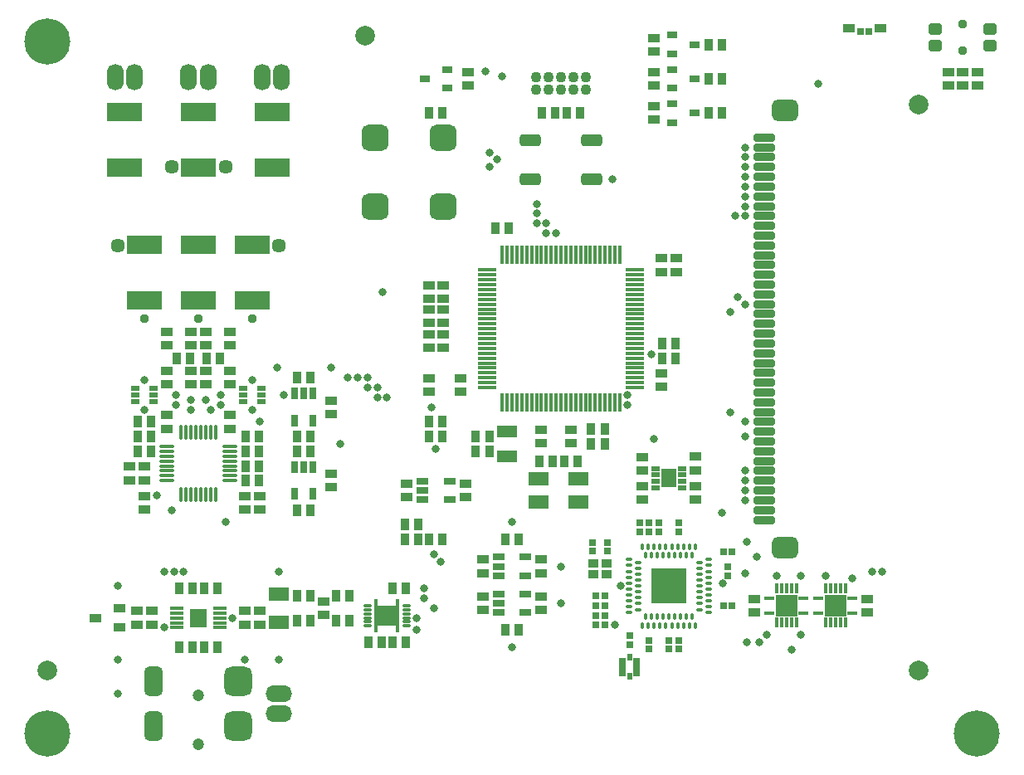
<source format=gts>
G04 Layer_Color=8388736*
%FSLAX25Y25*%
%MOIN*%
G70*
G01*
G75*
%ADD81O,0.07480X0.01575*%
%ADD82O,0.01575X0.07480*%
%ADD83R,0.03635X0.04737*%
%ADD84R,0.03543X0.01969*%
%ADD85R,0.04343X0.03162*%
%ADD86R,0.14186X0.07296*%
%ADD87R,0.03162X0.04737*%
%ADD88R,0.04540X0.03359*%
%ADD89R,0.03359X0.04540*%
%ADD90R,0.04737X0.03635*%
%ADD91R,0.04737X0.03162*%
%ADD92R,0.02913X0.02913*%
%ADD93R,0.04528X0.03740*%
%ADD94R,0.02559X0.03150*%
G04:AMPARAMS|DCode=95|XSize=31.62mil|YSize=86.74mil|CornerRadius=9.91mil|HoleSize=0mil|Usage=FLASHONLY|Rotation=270.000|XOffset=0mil|YOffset=0mil|HoleType=Round|Shape=RoundedRectangle|*
%AMROUNDEDRECTD95*
21,1,0.03162,0.06693,0,0,270.0*
21,1,0.01181,0.08674,0,0,270.0*
1,1,0.01981,-0.03347,-0.00591*
1,1,0.01981,-0.03347,0.00591*
1,1,0.01981,0.03347,0.00591*
1,1,0.01981,0.03347,-0.00591*
%
%ADD95ROUNDEDRECTD95*%
G04:AMPARAMS|DCode=96|XSize=86.74mil|YSize=106.42mil|CornerRadius=23.69mil|HoleSize=0mil|Usage=FLASHONLY|Rotation=270.000|XOffset=0mil|YOffset=0mil|HoleType=Round|Shape=RoundedRectangle|*
%AMROUNDEDRECTD96*
21,1,0.08674,0.05906,0,0,270.0*
21,1,0.03937,0.10642,0,0,270.0*
1,1,0.04737,-0.02953,-0.01969*
1,1,0.04737,-0.02953,0.01969*
1,1,0.04737,0.02953,0.01969*
1,1,0.04737,0.02953,-0.01969*
%
%ADD96ROUNDEDRECTD96*%
%ADD97R,0.04540X0.03359*%
%ADD98R,0.07887X0.05721*%
G04:AMPARAMS|DCode=99|XSize=86.74mil|YSize=47.37mil|CornerRadius=13.84mil|HoleSize=0mil|Usage=FLASHONLY|Rotation=180.000|XOffset=0mil|YOffset=0mil|HoleType=Round|Shape=RoundedRectangle|*
%AMROUNDEDRECTD99*
21,1,0.08674,0.01969,0,0,180.0*
21,1,0.05906,0.04737,0,0,180.0*
1,1,0.02769,-0.02953,0.00984*
1,1,0.02769,0.02953,0.00984*
1,1,0.02769,0.02953,-0.00984*
1,1,0.02769,-0.02953,-0.00984*
%
%ADD99ROUNDEDRECTD99*%
%ADD100O,0.01575X0.05906*%
%ADD101O,0.05906X0.01575*%
%ADD102R,0.06299X0.07284*%
%ADD103R,0.07887X0.04737*%
G04:AMPARAMS|DCode=104|XSize=106.42mil|YSize=106.42mil|CornerRadius=28.61mil|HoleSize=0mil|Usage=FLASHONLY|Rotation=90.000|XOffset=0mil|YOffset=0mil|HoleType=Round|Shape=RoundedRectangle|*
%AMROUNDEDRECTD104*
21,1,0.10642,0.04921,0,0,90.0*
21,1,0.04921,0.10642,0,0,90.0*
1,1,0.05721,0.02461,0.02461*
1,1,0.05721,0.02461,-0.02461*
1,1,0.05721,-0.02461,-0.02461*
1,1,0.05721,-0.02461,0.02461*
%
%ADD104ROUNDEDRECTD104*%
G04:AMPARAMS|DCode=105|XSize=55.24mil|YSize=47.37mil|CornerRadius=13.84mil|HoleSize=0mil|Usage=FLASHONLY|Rotation=180.000|XOffset=0mil|YOffset=0mil|HoleType=Round|Shape=RoundedRectangle|*
%AMROUNDEDRECTD105*
21,1,0.05524,0.01969,0,0,180.0*
21,1,0.02756,0.04737,0,0,180.0*
1,1,0.02769,-0.01378,0.00984*
1,1,0.02769,0.01378,0.00984*
1,1,0.02769,0.01378,-0.00984*
1,1,0.02769,-0.01378,-0.00984*
%
%ADD105ROUNDEDRECTD105*%
%ADD106R,0.02913X0.02913*%
%ADD107R,0.01969X0.02756*%
%ADD108R,0.02756X0.07284*%
%ADD109R,0.03937X0.03543*%
G04:AMPARAMS|DCode=110|XSize=118.24mil|YSize=74.93mil|CornerRadius=20.73mil|HoleSize=0mil|Usage=FLASHONLY|Rotation=90.000|XOffset=0mil|YOffset=0mil|HoleType=Round|Shape=RoundedRectangle|*
%AMROUNDEDRECTD110*
21,1,0.11824,0.03347,0,0,90.0*
21,1,0.07677,0.07493,0,0,90.0*
1,1,0.04146,0.01673,0.03839*
1,1,0.04146,0.01673,-0.03839*
1,1,0.04146,-0.01673,-0.03839*
1,1,0.04146,-0.01673,0.03839*
%
%ADD110ROUNDEDRECTD110*%
G04:AMPARAMS|DCode=111|XSize=118.24mil|YSize=110.36mil|CornerRadius=29.59mil|HoleSize=0mil|Usage=FLASHONLY|Rotation=90.000|XOffset=0mil|YOffset=0mil|HoleType=Round|Shape=RoundedRectangle|*
%AMROUNDEDRECTD111*
21,1,0.11824,0.05118,0,0,90.0*
21,1,0.05906,0.11036,0,0,90.0*
1,1,0.05918,0.02559,0.02953*
1,1,0.05918,0.02559,-0.02953*
1,1,0.05918,-0.02559,-0.02953*
1,1,0.05918,-0.02559,0.02953*
%
%ADD111ROUNDEDRECTD111*%
%ADD112O,0.03740X0.01181*%
%ADD113R,0.10039X0.08071*%
%ADD114O,0.05709X0.01575*%
%ADD115R,0.06575X0.07795*%
%ADD116R,0.13937X0.13937*%
%ADD117O,0.01339X0.03110*%
%ADD118O,0.03110X0.01339*%
%ADD119C,0.07874*%
%ADD120R,0.08622X0.08622*%
%ADD121O,0.01535X0.04095*%
%ADD122O,0.04095X0.01535*%
%ADD123R,0.07887X0.05524*%
%ADD124O,0.06706X0.10642*%
%ADD125C,0.18517*%
%ADD126C,0.04331*%
%ADD127O,0.10642X0.06706*%
%ADD128C,0.03162*%
%ADD129C,0.05721*%
%ADD130C,0.03753*%
%ADD131C,0.04737*%
G36*
X-45335Y-85042D02*
X-45298Y-85053D01*
X-45264Y-85072D01*
X-45234Y-85096D01*
X-45210Y-85126D01*
X-45191Y-85160D01*
X-45180Y-85198D01*
X-45176Y-85236D01*
Y-98228D01*
X-45180Y-98267D01*
X-45191Y-98304D01*
X-45210Y-98338D01*
X-45234Y-98368D01*
X-45264Y-98393D01*
X-45298Y-98411D01*
X-45335Y-98422D01*
X-45374Y-98426D01*
X-46358D01*
X-46397Y-98422D01*
X-46434Y-98411D01*
X-46468Y-98393D01*
X-46498Y-98368D01*
X-46523Y-98338D01*
X-46541Y-98304D01*
X-46552Y-98267D01*
X-46556Y-98228D01*
Y-95769D01*
X-53838D01*
Y-98228D01*
X-53841Y-98267D01*
X-53853Y-98304D01*
X-53871Y-98338D01*
X-53896Y-98368D01*
X-53926Y-98393D01*
X-53960Y-98411D01*
X-53997Y-98422D01*
X-54035Y-98426D01*
X-55020D01*
X-55058Y-98422D01*
X-55095Y-98411D01*
X-55130Y-98393D01*
X-55160Y-98368D01*
X-55184Y-98338D01*
X-55202Y-98304D01*
X-55214Y-98267D01*
X-55217Y-98228D01*
Y-85236D01*
X-55214Y-85198D01*
X-55202Y-85161D01*
X-55184Y-85126D01*
X-55160Y-85096D01*
X-55130Y-85072D01*
X-55095Y-85053D01*
X-55058Y-85042D01*
X-55020Y-85039D01*
X-54035D01*
X-53997Y-85042D01*
X-53960Y-85053D01*
X-53926Y-85072D01*
X-53896Y-85096D01*
X-53871Y-85126D01*
X-53853Y-85161D01*
X-53841Y-85198D01*
X-53838Y-85236D01*
Y-87696D01*
X-46556D01*
Y-85236D01*
X-46552Y-85198D01*
X-46541Y-85161D01*
X-46523Y-85126D01*
X-46498Y-85096D01*
X-46468Y-85072D01*
X-46434Y-85053D01*
X-46397Y-85042D01*
X-46358Y-85039D01*
X-45374Y-85038D01*
X-45335Y-85042D01*
D02*
G37*
D81*
X49409Y45276D02*
D03*
Y47244D02*
D03*
Y37402D02*
D03*
Y43307D02*
D03*
Y39370D02*
D03*
Y41339D02*
D03*
Y27559D02*
D03*
Y29528D02*
D03*
Y23622D02*
D03*
Y25591D02*
D03*
Y33465D02*
D03*
Y35433D02*
D03*
Y31496D02*
D03*
Y19685D02*
D03*
Y21654D02*
D03*
Y15748D02*
D03*
Y17717D02*
D03*
Y13780D02*
D03*
Y3937D02*
D03*
Y5906D02*
D03*
Y0D02*
D03*
Y1969D02*
D03*
Y9843D02*
D03*
Y11811D02*
D03*
Y7874D02*
D03*
X-10039Y47244D02*
D03*
Y45276D02*
D03*
Y33465D02*
D03*
Y35433D02*
D03*
Y29528D02*
D03*
Y31496D02*
D03*
Y41339D02*
D03*
Y43307D02*
D03*
Y37402D02*
D03*
Y39370D02*
D03*
Y19685D02*
D03*
Y21654D02*
D03*
Y15748D02*
D03*
Y17717D02*
D03*
Y25591D02*
D03*
Y27559D02*
D03*
Y23622D02*
D03*
Y7874D02*
D03*
Y13780D02*
D03*
Y9843D02*
D03*
Y11811D02*
D03*
Y3937D02*
D03*
Y1969D02*
D03*
Y5906D02*
D03*
Y0D02*
D03*
D82*
X43307Y53347D02*
D03*
X41339D02*
D03*
X35433D02*
D03*
X33465D02*
D03*
X39370D02*
D03*
X37402D02*
D03*
X27559D02*
D03*
X25591D02*
D03*
X31496D02*
D03*
X29528D02*
D03*
X23622D02*
D03*
X21654D02*
D03*
X19685D02*
D03*
X17717D02*
D03*
X15748D02*
D03*
X25591Y-6102D02*
D03*
X23622D02*
D03*
X29528D02*
D03*
X27559D02*
D03*
X19685D02*
D03*
X17717D02*
D03*
X21654D02*
D03*
X39370D02*
D03*
X37402D02*
D03*
X43307D02*
D03*
X41339D02*
D03*
X33465D02*
D03*
X31496D02*
D03*
X35433D02*
D03*
X9843Y53347D02*
D03*
X7874D02*
D03*
X13780D02*
D03*
X11811D02*
D03*
X-1969D02*
D03*
X5906D02*
D03*
X3937D02*
D03*
X1969D02*
D03*
X0D02*
D03*
X-3937D02*
D03*
X11811Y-6102D02*
D03*
X9843D02*
D03*
X15748D02*
D03*
X13780D02*
D03*
X1969D02*
D03*
X3937D02*
D03*
X0D02*
D03*
X7874D02*
D03*
X5906D02*
D03*
X-1969D02*
D03*
X-3937D02*
D03*
D83*
X37165Y-16732D02*
D03*
X31732D02*
D03*
X-43071Y-55118D02*
D03*
X-37638D02*
D03*
X-101614Y-31496D02*
D03*
X-107047D02*
D03*
X-86378Y-25591D02*
D03*
X-80945D02*
D03*
X-101614Y-25591D02*
D03*
X-107047D02*
D03*
X-86378Y-49213D02*
D03*
X-80945D02*
D03*
X-86378Y-19685D02*
D03*
X-80945D02*
D03*
X-86378Y3937D02*
D03*
X-80945D02*
D03*
X-129173Y11811D02*
D03*
X-134606D02*
D03*
X37165Y-22638D02*
D03*
X31732D02*
D03*
X-9094Y-25591D02*
D03*
X-14527D02*
D03*
X-9094Y-19685D02*
D03*
X-14527D02*
D03*
X16496Y-29528D02*
D03*
X11063D02*
D03*
X20906Y-29528D02*
D03*
X26338D02*
D03*
X-42559Y-80709D02*
D03*
X-47992D02*
D03*
X-70630Y-93504D02*
D03*
X-65197D02*
D03*
X-42559Y-102362D02*
D03*
X-47992D02*
D03*
X-65197Y-83662D02*
D03*
X-70630D02*
D03*
X-6654Y63976D02*
D03*
X-1221D02*
D03*
X-117362Y11811D02*
D03*
X-122795D02*
D03*
X-150354Y-25591D02*
D03*
X-144921D02*
D03*
X-150354Y-19685D02*
D03*
X-144921D02*
D03*
X-150354Y-13780D02*
D03*
X-144921D02*
D03*
D84*
X-143898Y-2953D02*
D03*
Y-394D02*
D03*
Y-5512D02*
D03*
X-151378Y-2953D02*
D03*
Y-394D02*
D03*
Y-5512D02*
D03*
X-100591Y-2953D02*
D03*
Y-394D02*
D03*
Y-5512D02*
D03*
X-108071D02*
D03*
Y-394D02*
D03*
Y-2953D02*
D03*
X68465Y-40256D02*
D03*
Y-37697D02*
D03*
Y-35138D02*
D03*
Y-32579D02*
D03*
X57520Y-40256D02*
D03*
Y-37697D02*
D03*
Y-35138D02*
D03*
Y-32579D02*
D03*
D85*
X64370Y113976D02*
D03*
Y106496D02*
D03*
X73425Y110236D02*
D03*
X64370Y141535D02*
D03*
Y134055D02*
D03*
X73425Y137795D02*
D03*
X64370Y127756D02*
D03*
Y120276D02*
D03*
X73425Y124016D02*
D03*
X-25984Y120275D02*
D03*
Y127756D02*
D03*
X-35039Y124016D02*
D03*
D86*
X-147638Y57382D02*
D03*
Y35138D02*
D03*
X-155512Y110531D02*
D03*
Y88287D02*
D03*
X-125984Y110531D02*
D03*
Y88287D02*
D03*
X-104331Y57382D02*
D03*
Y35138D02*
D03*
X-125984Y57382D02*
D03*
Y35138D02*
D03*
X-96457Y110531D02*
D03*
Y88287D02*
D03*
D87*
X-87402Y-13287D02*
D03*
X-79921D02*
D03*
X-87402Y-2461D02*
D03*
X-79921D02*
D03*
X-83661D02*
D03*
X-87402Y-42815D02*
D03*
X-79921D02*
D03*
X-87402Y-31988D02*
D03*
X-79921D02*
D03*
X-83661D02*
D03*
D88*
X-72835Y-5217D02*
D03*
Y-10531D02*
D03*
Y-34744D02*
D03*
Y-40059D02*
D03*
X-147638Y-43602D02*
D03*
Y-48917D02*
D03*
X-113189Y22343D02*
D03*
Y17028D02*
D03*
X-123031Y22343D02*
D03*
Y17028D02*
D03*
X-128937Y22343D02*
D03*
Y17028D02*
D03*
X-138779Y22343D02*
D03*
Y17028D02*
D03*
X-17717Y121358D02*
D03*
Y126673D02*
D03*
X57087Y126673D02*
D03*
Y121358D02*
D03*
Y107579D02*
D03*
Y112894D02*
D03*
X181102Y121358D02*
D03*
Y126673D02*
D03*
X187008Y126673D02*
D03*
Y121358D02*
D03*
X-33465Y16043D02*
D03*
Y21358D02*
D03*
X-27559D02*
D03*
Y16043D02*
D03*
X57087Y135138D02*
D03*
Y140453D02*
D03*
X-33465Y-1673D02*
D03*
Y3642D02*
D03*
X-27559Y41043D02*
D03*
Y35728D02*
D03*
X-33465Y41043D02*
D03*
Y35728D02*
D03*
X-33465Y31201D02*
D03*
Y25886D02*
D03*
X-27559Y31201D02*
D03*
Y25886D02*
D03*
X52165Y-27854D02*
D03*
Y-33169D02*
D03*
D89*
X-37697Y-61024D02*
D03*
X-43012D02*
D03*
X-27854Y-61024D02*
D03*
X-33169D02*
D03*
X-101673Y-37402D02*
D03*
X-106988D02*
D03*
X-101673Y-19685D02*
D03*
X-106988D02*
D03*
X-33169Y-13780D02*
D03*
X-27854D02*
D03*
X-33169Y-19685D02*
D03*
X-27854D02*
D03*
X21949Y110236D02*
D03*
X27264D02*
D03*
X-33169Y110236D02*
D03*
X-27854D02*
D03*
X84350Y110236D02*
D03*
X79035D02*
D03*
X12106Y110236D02*
D03*
X17421D02*
D03*
X60335Y11811D02*
D03*
X65650D02*
D03*
X-81004Y-93504D02*
D03*
X-86319D02*
D03*
X-81004Y-83662D02*
D03*
X-86319D02*
D03*
X-118405Y-80709D02*
D03*
X-123721D02*
D03*
X-133563Y-104331D02*
D03*
X-128248D02*
D03*
X-118405D02*
D03*
X-123721D02*
D03*
X-133563Y-80709D02*
D03*
X-128248D02*
D03*
X-57776Y-102362D02*
D03*
X-52461D02*
D03*
X79035Y137795D02*
D03*
X84350D02*
D03*
Y124016D02*
D03*
X79035D02*
D03*
X60335Y17717D02*
D03*
X65650D02*
D03*
X-2657Y-61024D02*
D03*
X2657D02*
D03*
X-2657Y-97441D02*
D03*
X2657D02*
D03*
D90*
X-147638Y-31732D02*
D03*
Y-37165D02*
D03*
X-113189Y-11063D02*
D03*
Y-16496D02*
D03*
X-138779Y-11063D02*
D03*
Y-16496D02*
D03*
X-113189Y6654D02*
D03*
Y1221D02*
D03*
X-138779Y6654D02*
D03*
Y1221D02*
D03*
X-123031Y6654D02*
D03*
Y1221D02*
D03*
X-128937Y6654D02*
D03*
Y1221D02*
D03*
X-153543Y-31732D02*
D03*
Y-37165D02*
D03*
X-18701Y-38622D02*
D03*
Y-44055D02*
D03*
X-42323Y-38622D02*
D03*
Y-44055D02*
D03*
X73819Y-39606D02*
D03*
Y-45039D02*
D03*
Y-33228D02*
D03*
Y-27795D02*
D03*
X52165Y-39606D02*
D03*
Y-45039D02*
D03*
X11811Y-69134D02*
D03*
Y-74567D02*
D03*
Y-83898D02*
D03*
Y-89331D02*
D03*
X175197Y121299D02*
D03*
Y126732D02*
D03*
X11811Y-22402D02*
D03*
Y-16969D02*
D03*
X60039Y5669D02*
D03*
Y236D02*
D03*
X-20669Y-1732D02*
D03*
Y3701D02*
D03*
X65945Y51929D02*
D03*
Y46496D02*
D03*
X60040Y51929D02*
D03*
Y46496D02*
D03*
X23622Y-16969D02*
D03*
Y-22401D02*
D03*
X-107283Y-89803D02*
D03*
Y-95236D02*
D03*
X-144685Y-89803D02*
D03*
Y-95236D02*
D03*
X-150591Y-89803D02*
D03*
Y-95236D02*
D03*
X-75787Y-91299D02*
D03*
Y-85866D02*
D03*
X-107283Y-48976D02*
D03*
Y-43543D02*
D03*
X-101378Y-48976D02*
D03*
Y-43543D02*
D03*
X142717Y-84882D02*
D03*
Y-90315D02*
D03*
X97441Y-90315D02*
D03*
Y-84882D02*
D03*
X-11811Y-74567D02*
D03*
Y-69134D02*
D03*
Y-89331D02*
D03*
Y-83898D02*
D03*
X-101378Y-95236D02*
D03*
Y-89803D02*
D03*
D91*
X-5413Y-68110D02*
D03*
Y-71850D02*
D03*
Y-75590D02*
D03*
X5413D02*
D03*
Y-68110D02*
D03*
X-5413Y-82874D02*
D03*
Y-86614D02*
D03*
Y-90354D02*
D03*
X5413D02*
D03*
Y-82874D02*
D03*
X-35925Y-37598D02*
D03*
Y-41339D02*
D03*
Y-45079D02*
D03*
X-25098D02*
D03*
Y-37598D02*
D03*
D92*
X88386Y-87598D02*
D03*
X84842D02*
D03*
X88386Y-65945D02*
D03*
X84842D02*
D03*
X37205Y-95472D02*
D03*
X33661D02*
D03*
X37205Y-91535D02*
D03*
X33661D02*
D03*
X37205Y-87598D02*
D03*
X33661D02*
D03*
X37205Y-83661D02*
D03*
X33661D02*
D03*
D93*
X148031Y144291D02*
D03*
X135433D02*
D03*
D94*
X140157Y143012D02*
D03*
X143307D02*
D03*
D95*
X101181Y100394D02*
D03*
Y96457D02*
D03*
Y92520D02*
D03*
Y88583D02*
D03*
Y84646D02*
D03*
Y80709D02*
D03*
Y76772D02*
D03*
Y72835D02*
D03*
Y68898D02*
D03*
Y64961D02*
D03*
Y61024D02*
D03*
Y57087D02*
D03*
Y53150D02*
D03*
Y49213D02*
D03*
Y45276D02*
D03*
Y41339D02*
D03*
Y37402D02*
D03*
Y33465D02*
D03*
Y29528D02*
D03*
Y25591D02*
D03*
Y21654D02*
D03*
Y17717D02*
D03*
Y13780D02*
D03*
Y9843D02*
D03*
Y5906D02*
D03*
Y1969D02*
D03*
Y-1969D02*
D03*
Y-5906D02*
D03*
Y-9843D02*
D03*
Y-13780D02*
D03*
Y-17717D02*
D03*
Y-21654D02*
D03*
Y-25591D02*
D03*
Y-29528D02*
D03*
Y-33465D02*
D03*
Y-37402D02*
D03*
Y-41339D02*
D03*
Y-45276D02*
D03*
Y-49213D02*
D03*
Y-53150D02*
D03*
D96*
X109646Y-64173D02*
D03*
Y111417D02*
D03*
D97*
X-167264Y-92520D02*
D03*
X-157539Y-88779D02*
D03*
Y-96260D02*
D03*
D98*
X-93504Y-94193D02*
D03*
Y-82972D02*
D03*
D99*
X31988Y99410D02*
D03*
X7383D02*
D03*
X7383Y83662D02*
D03*
X31988D02*
D03*
D100*
X-123031Y-43110D02*
D03*
X-125000D02*
D03*
X-126969D02*
D03*
X-130905D02*
D03*
X-128937D02*
D03*
X-121063Y-17913D02*
D03*
X-119095D02*
D03*
X-123031D02*
D03*
X-125000D02*
D03*
X-126969D02*
D03*
X-121063Y-43110D02*
D03*
X-119095D02*
D03*
X-130905Y-17913D02*
D03*
X-128937D02*
D03*
X-132874D02*
D03*
Y-43110D02*
D03*
D101*
X-138583Y-35433D02*
D03*
Y-37402D02*
D03*
X-113386Y-23622D02*
D03*
Y-25591D02*
D03*
Y-29528D02*
D03*
Y-31496D02*
D03*
Y-27559D02*
D03*
Y-35433D02*
D03*
Y-37402D02*
D03*
Y-33465D02*
D03*
X-138583Y-25591D02*
D03*
Y-27559D02*
D03*
Y-23622D02*
D03*
Y-31496D02*
D03*
Y-33465D02*
D03*
Y-29528D02*
D03*
D102*
X62992Y-36417D02*
D03*
D103*
X-1969Y-17717D02*
D03*
Y-27559D02*
D03*
D104*
X-55118Y72835D02*
D03*
X-27559D02*
D03*
X-55118Y100394D02*
D03*
X-27559D02*
D03*
D105*
X192126Y144095D02*
D03*
Y137402D02*
D03*
X170079Y144095D02*
D03*
Y137402D02*
D03*
D106*
X51181Y-54331D02*
D03*
Y-57874D02*
D03*
X55118Y-54331D02*
D03*
Y-57874D02*
D03*
X59055Y-54331D02*
D03*
Y-57874D02*
D03*
X66929Y-54331D02*
D03*
Y-57874D02*
D03*
X86614Y-72047D02*
D03*
Y-75591D02*
D03*
X66929Y-101575D02*
D03*
Y-105118D02*
D03*
X62992Y-101575D02*
D03*
Y-105118D02*
D03*
X55118Y-101575D02*
D03*
Y-105118D02*
D03*
X47244Y-99606D02*
D03*
Y-103149D02*
D03*
X32480Y-65748D02*
D03*
Y-62205D02*
D03*
X38386D02*
D03*
Y-65748D02*
D03*
D107*
X47244Y-108268D02*
D03*
Y-116142D02*
D03*
D108*
X50000Y-112205D02*
D03*
X44488D02*
D03*
D109*
X38091Y-74902D02*
D03*
X32776D02*
D03*
X38091Y-70768D02*
D03*
X32776D02*
D03*
D110*
X-143898Y-135827D02*
D03*
Y-118110D02*
D03*
D111*
X-109843Y-135827D02*
D03*
Y-118110D02*
D03*
D112*
X-42421Y-95669D02*
D03*
Y-94095D02*
D03*
Y-92520D02*
D03*
Y-90945D02*
D03*
Y-89370D02*
D03*
Y-87795D02*
D03*
X-57972D02*
D03*
Y-89370D02*
D03*
Y-90945D02*
D03*
Y-92520D02*
D03*
Y-94095D02*
D03*
Y-95669D02*
D03*
D113*
X-50197Y-91732D02*
D03*
D114*
X-134744Y-88583D02*
D03*
Y-90551D02*
D03*
Y-92520D02*
D03*
Y-94488D02*
D03*
Y-96457D02*
D03*
X-117224Y-88583D02*
D03*
Y-90551D02*
D03*
Y-92520D02*
D03*
Y-94488D02*
D03*
Y-96457D02*
D03*
D115*
X-125984Y-92520D02*
D03*
D116*
X62992Y-79724D02*
D03*
D117*
X72441Y-67421D02*
D03*
X70079D02*
D03*
X67716D02*
D03*
X65354D02*
D03*
X62992D02*
D03*
X60630D02*
D03*
X58268D02*
D03*
X55905D02*
D03*
X53543D02*
D03*
Y-92027D02*
D03*
X55905D02*
D03*
X58268D02*
D03*
X60630D02*
D03*
X62992D02*
D03*
X65354D02*
D03*
X67716D02*
D03*
X70079D02*
D03*
X72441D02*
D03*
X73622Y-63878D02*
D03*
X71260D02*
D03*
X68898D02*
D03*
X66535D02*
D03*
X64173D02*
D03*
X61811D02*
D03*
X59449D02*
D03*
X57086D02*
D03*
X54724D02*
D03*
X52362D02*
D03*
Y-95571D02*
D03*
X54724D02*
D03*
X57086D02*
D03*
X59449D02*
D03*
X61811D02*
D03*
X64173D02*
D03*
X66535D02*
D03*
X68898D02*
D03*
X71260D02*
D03*
X73622D02*
D03*
D118*
X50689Y-70276D02*
D03*
Y-72638D02*
D03*
Y-75000D02*
D03*
Y-77362D02*
D03*
Y-79724D02*
D03*
Y-82087D02*
D03*
Y-84449D02*
D03*
Y-86811D02*
D03*
Y-89173D02*
D03*
X75295D02*
D03*
Y-86811D02*
D03*
Y-84449D02*
D03*
Y-82087D02*
D03*
Y-79724D02*
D03*
Y-77362D02*
D03*
Y-75000D02*
D03*
Y-72638D02*
D03*
Y-70276D02*
D03*
X47146Y-69095D02*
D03*
Y-71457D02*
D03*
Y-73819D02*
D03*
Y-76181D02*
D03*
Y-78543D02*
D03*
Y-80905D02*
D03*
Y-83268D02*
D03*
Y-85630D02*
D03*
Y-87992D02*
D03*
Y-90354D02*
D03*
X78838D02*
D03*
Y-87992D02*
D03*
Y-85630D02*
D03*
Y-83268D02*
D03*
Y-80905D02*
D03*
Y-78543D02*
D03*
Y-76181D02*
D03*
Y-73819D02*
D03*
Y-71457D02*
D03*
Y-69095D02*
D03*
D119*
X-59055Y141339D02*
D03*
X163386Y-113779D02*
D03*
Y113779D02*
D03*
X-186614Y-113779D02*
D03*
D120*
X129921Y-87598D02*
D03*
X110236D02*
D03*
D121*
X133858Y-94390D02*
D03*
X131890D02*
D03*
X129921D02*
D03*
X127953D02*
D03*
X125984D02*
D03*
Y-80807D02*
D03*
X127953D02*
D03*
X129921D02*
D03*
X131890D02*
D03*
X133858D02*
D03*
X106299D02*
D03*
X108268D02*
D03*
X110236D02*
D03*
X112205D02*
D03*
X114173D02*
D03*
Y-94390D02*
D03*
X112205D02*
D03*
X110236D02*
D03*
X108268D02*
D03*
X106299D02*
D03*
D122*
X123130Y-90551D02*
D03*
Y-84646D02*
D03*
X136713D02*
D03*
Y-90551D02*
D03*
X117028Y-84646D02*
D03*
Y-90551D02*
D03*
X103445D02*
D03*
Y-84646D02*
D03*
D123*
X26575Y-36614D02*
D03*
X10827D02*
D03*
Y-46063D02*
D03*
X26575D02*
D03*
D124*
X-159449Y124606D02*
D03*
X-151575D02*
D03*
X-100394D02*
D03*
X-92520D02*
D03*
X-129921D02*
D03*
X-122047D02*
D03*
D125*
X186614Y-138976D02*
D03*
X-186614Y-138976D02*
D03*
Y138976D02*
D03*
D126*
X29685Y124685D02*
D03*
Y119685D02*
D03*
X24685Y124685D02*
D03*
Y119685D02*
D03*
X19685Y124685D02*
D03*
Y119685D02*
D03*
X14685Y124685D02*
D03*
Y119685D02*
D03*
X9685Y124685D02*
D03*
Y119685D02*
D03*
D127*
X-93504Y-130905D02*
D03*
Y-123031D02*
D03*
D128*
X94488Y-102362D02*
D03*
X-35433Y-80709D02*
D03*
X-28543Y-69882D02*
D03*
X-31496Y-66929D02*
D03*
X17717Y62008D02*
D03*
X13780Y65945D02*
D03*
X43799Y-79724D02*
D03*
X-136811Y-49213D02*
D03*
X-142717Y-43307D02*
D03*
X-38386Y-92520D02*
D03*
X-3937Y125000D02*
D03*
X-104331Y-8858D02*
D03*
Y2953D02*
D03*
X-147638Y-8858D02*
D03*
Y2953D02*
D03*
X-121063Y-8858D02*
D03*
X-117126Y-6890D02*
D03*
Y-2953D02*
D03*
X-128937Y-4921D02*
D03*
Y-8858D02*
D03*
X-134843Y-6890D02*
D03*
Y-2953D02*
D03*
X-123032Y-4921D02*
D03*
X56102Y13287D02*
D03*
X-101378Y-13780D02*
D03*
X46260Y-6890D02*
D03*
X46260Y-2953D02*
D03*
X93504Y88583D02*
D03*
Y92520D02*
D03*
X-30512Y-24606D02*
D03*
X-32480Y-7874D02*
D03*
X-112205Y-92520D02*
D03*
X-139764Y-96457D02*
D03*
X-107283Y-109252D02*
D03*
X90551Y36417D02*
D03*
X93504Y33465D02*
D03*
X87598Y30512D02*
D03*
X-91535Y-2953D02*
D03*
X-50197Y-3937D02*
D03*
X-54134D02*
D03*
Y0D02*
D03*
X-58071D02*
D03*
Y3937D02*
D03*
X-62008D02*
D03*
X-65945D02*
D03*
X144685Y-73819D02*
D03*
X148622D02*
D03*
X116142Y-99410D02*
D03*
X84646Y-78740D02*
D03*
X125984Y-75787D02*
D03*
X98425Y-67913D02*
D03*
X106299Y-75787D02*
D03*
X116142D02*
D03*
X136811Y-76772D02*
D03*
X-38386Y-97441D02*
D03*
X41339Y-95472D02*
D03*
X93504Y-74803D02*
D03*
X94488Y-62008D02*
D03*
X102362Y-99410D02*
D03*
X112205Y-105315D02*
D03*
X99410Y-102362D02*
D03*
X-68898Y-22638D02*
D03*
X-35433Y-84646D02*
D03*
X-31496Y-88583D02*
D03*
X9843Y65945D02*
D03*
X13780Y62008D02*
D03*
X9843Y69882D02*
D03*
Y73819D02*
D03*
X-5906Y91535D02*
D03*
X-8858Y88583D02*
D03*
Y94488D02*
D03*
X-135827Y-73819D02*
D03*
X-139764D02*
D03*
X-131890D02*
D03*
X-10827Y126969D02*
D03*
X57087Y-20669D02*
D03*
X0Y-104331D02*
D03*
Y-54134D02*
D03*
X40354Y83661D02*
D03*
X-93504Y-109252D02*
D03*
X-158465D02*
D03*
Y-123031D02*
D03*
Y-79724D02*
D03*
X19685Y-71850D02*
D03*
Y-86614D02*
D03*
X-52165Y38386D02*
D03*
X-93504Y-73819D02*
D03*
X-72835Y7874D02*
D03*
X-94488D02*
D03*
X-115157Y-54134D02*
D03*
X93504Y68898D02*
D03*
X89567D02*
D03*
X93504Y72835D02*
D03*
Y76772D02*
D03*
Y80709D02*
D03*
Y84646D02*
D03*
Y-45276D02*
D03*
Y-41339D02*
D03*
Y-37402D02*
D03*
Y-33465D02*
D03*
Y-13780D02*
D03*
Y96457D02*
D03*
X87598Y-9843D02*
D03*
X93504Y-19685D02*
D03*
X84400Y-50197D02*
D03*
X123031Y122047D02*
D03*
D129*
X-115158Y88583D02*
D03*
X-136811D02*
D03*
X-158465Y57087D02*
D03*
X-93504D02*
D03*
D130*
X-104331Y27559D02*
D03*
X-147638D02*
D03*
X-125984D02*
D03*
X181102Y135335D02*
D03*
Y146161D02*
D03*
D131*
X-125984Y-123622D02*
D03*
Y-143307D02*
D03*
M02*

</source>
